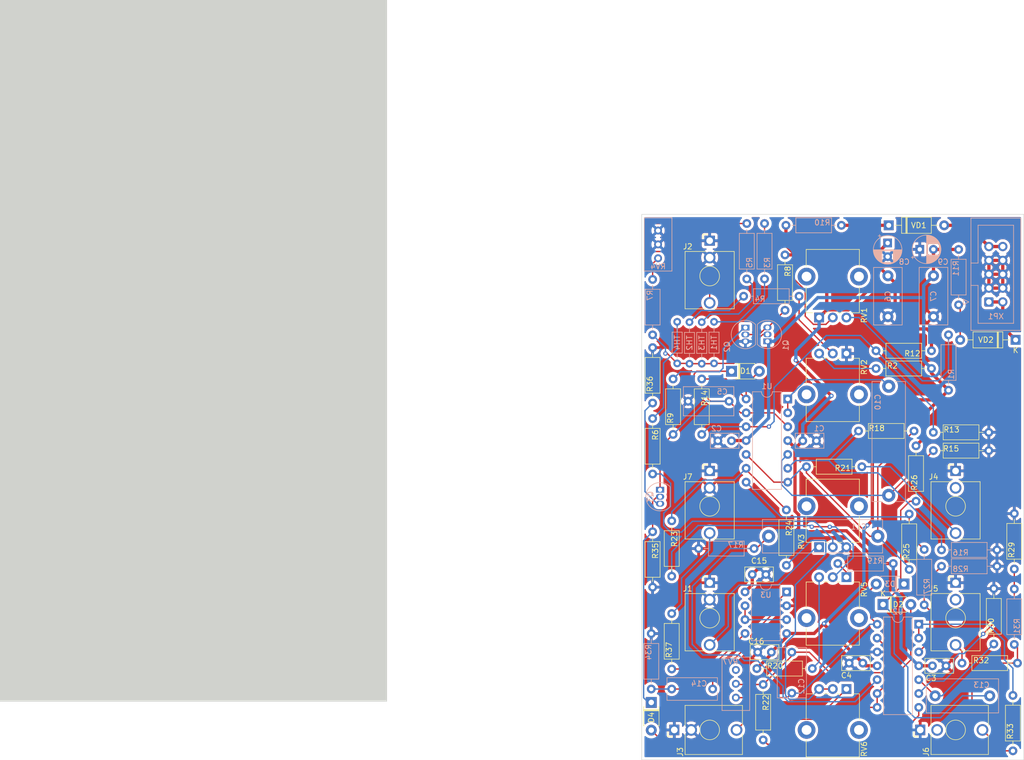
<source format=kicad_pcb>
(kicad_pcb (version 20211014) (generator pcbnew)

  (general
    (thickness 1.6)
  )

  (paper "A4")
  (layers
    (0 "F.Cu" signal)
    (31 "B.Cu" signal)
    (32 "B.Adhes" user "B.Adhesive")
    (33 "F.Adhes" user "F.Adhesive")
    (34 "B.Paste" user)
    (35 "F.Paste" user)
    (36 "B.SilkS" user "B.Silkscreen")
    (37 "F.SilkS" user "F.Silkscreen")
    (38 "B.Mask" user)
    (39 "F.Mask" user)
    (40 "Dwgs.User" user "User.Drawings")
    (41 "Cmts.User" user "User.Comments")
    (42 "Eco1.User" user "User.Eco1")
    (43 "Eco2.User" user "User.Eco2")
    (44 "Edge.Cuts" user)
    (45 "Margin" user)
    (46 "B.CrtYd" user "B.Courtyard")
    (47 "F.CrtYd" user "F.Courtyard")
    (48 "B.Fab" user)
    (49 "F.Fab" user)
    (50 "User.1" user)
    (51 "User.2" user)
    (52 "User.3" user)
    (53 "User.4" user)
    (54 "User.5" user)
    (55 "User.6" user)
    (56 "User.7" user)
    (57 "User.8" user)
    (58 "User.9" user)
  )

  (setup
    (stackup
      (layer "F.SilkS" (type "Top Silk Screen"))
      (layer "F.Paste" (type "Top Solder Paste"))
      (layer "F.Mask" (type "Top Solder Mask") (thickness 0.01))
      (layer "F.Cu" (type "copper") (thickness 0.035))
      (layer "dielectric 1" (type "core") (thickness 1.51) (material "FR4") (epsilon_r 4.5) (loss_tangent 0.02))
      (layer "B.Cu" (type "copper") (thickness 0.035))
      (layer "B.Mask" (type "Bottom Solder Mask") (thickness 0.01))
      (layer "B.Paste" (type "Bottom Solder Paste"))
      (layer "B.SilkS" (type "Bottom Silk Screen"))
      (copper_finish "None")
      (dielectric_constraints no)
    )
    (pad_to_mask_clearance 0)
    (pcbplotparams
      (layerselection 0x00010fc_ffffffff)
      (disableapertmacros false)
      (usegerberextensions false)
      (usegerberattributes true)
      (usegerberadvancedattributes true)
      (creategerberjobfile true)
      (svguseinch false)
      (svgprecision 6)
      (excludeedgelayer true)
      (plotframeref false)
      (viasonmask false)
      (mode 1)
      (useauxorigin false)
      (hpglpennumber 1)
      (hpglpenspeed 20)
      (hpglpendiameter 15.000000)
      (dxfpolygonmode true)
      (dxfimperialunits true)
      (dxfusepcbnewfont true)
      (psnegative false)
      (psa4output false)
      (plotreference true)
      (plotvalue true)
      (plotinvisibletext false)
      (sketchpadsonfab false)
      (subtractmaskfromsilk false)
      (outputformat 1)
      (mirror false)
      (drillshape 1)
      (scaleselection 1)
      (outputdirectory "")
    )
  )

  (net 0 "")
  (net 1 "+12V")
  (net 2 "GNDREF")
  (net 3 "-12V")
  (net 4 "Net-(C5-Pad1)")
  (net 5 "Net-(C10-Pad1)")
  (net 6 "Net-(C10-Pad2)")
  (net 7 "Net-(C11-Pad1)")
  (net 8 "Net-(C11-Pad2)")
  (net 9 "Net-(C12-Pad1)")
  (net 10 "Net-(C12-Pad2)")
  (net 11 "Net-(C13-Pad1)")
  (net 12 "Net-(C13-Pad2)")
  (net 13 "Net-(D1-Pad2)")
  (net 14 "Net-(D2-Pad2)")
  (net 15 "Net-(C14-Pad1)")
  (net 16 "Net-(Q1-Pad3)")
  (net 17 "Net-(Q2-Pad1)")
  (net 18 "Net-(R1-Pad1)")
  (net 19 "Net-(R2-Pad1)")
  (net 20 "Net-(R3-Pad1)")
  (net 21 "Net-(R3-Pad2)")
  (net 22 "Net-(R4-Pad1)")
  (net 23 "Net-(R4-Pad2)")
  (net 24 "Net-(R5-Pad1)")
  (net 25 "Net-(J2-PadT)")
  (net 26 "Net-(R6-Pad1)")
  (net 27 "Net-(R6-Pad2)")
  (net 28 "Net-(R7-Pad2)")
  (net 29 "Net-(R10-Pad1)")
  (net 30 "Net-(R11-Pad2)")
  (net 31 "Net-(R12-Pad2)")
  (net 32 "Net-(R16-Pad1)")
  (net 33 "Net-(R19-Pad2)")
  (net 34 "Net-(R20-Pad1)")
  (net 35 "Net-(J4-PadT)")
  (net 36 "Net-(R23-Pad1)")
  (net 37 "Net-(R23-Pad2)")
  (net 38 "Net-(R24-Pad2)")
  (net 39 "Net-(R25-Pad2)")
  (net 40 "Net-(R27-Pad2)")
  (net 41 "Net-(R29-Pad1)")
  (net 42 "Net-(R31-Pad1)")
  (net 43 "Net-(J5-PadT)")
  (net 44 "Net-(J6-PadT)")
  (net 45 "Net-(R33-Pad2)")
  (net 46 "/FM IN LVL")
  (net 47 "Net-(J3-PadT)")
  (net 48 "unconnected-(RV7-Pad1)")
  (net 49 "Net-(VD1-Pad2)")
  (net 50 "Net-(VD2-Pad1)")
  (net 51 "Net-(C14-Pad2)")
  (net 52 "Net-(D4-Pad1)")
  (net 53 "unconnected-(J4-PadTN)")
  (net 54 "unconnected-(J5-PadTN)")
  (net 55 "unconnected-(J6-PadTN)")
  (net 56 "Net-(J7-PadT)")
  (net 57 "Net-(Q1-Pad2)")
  (net 58 "Net-(Q3-Pad3)")
  (net 59 "Net-(R37-Pad1)")
  (net 60 "Net-(U3-Pad3)")

  (footprint "Capacitor_THT:C_Disc_D5.0mm_W2.5mm_P2.50mm" (layer "F.Cu") (at 41.25 94.25))

  (footprint "SynthMages:Jack_3.5mm_QingPu_WQP-PJ398SM_Vertical_CircularHoles_Socket_Centered" (layer "F.Cu") (at 32.45 88))

  (footprint "Resistor_THT:R_Axial_DIN0207_L6.3mm_D2.5mm_P10.16mm_Horizontal" (layer "F.Cu") (at 42.25 100.17 -90))

  (footprint "SynthMages:Potentiometer_Alpha_RD901F-40-00D_Single_Vertical_CircularHoles_Shaft_Centered" (layer "F.Cu") (at 55 47 -90))

  (footprint "Resistor_THT:R_Axial_DIN0207_L6.3mm_D2.5mm_P10.16mm_Horizontal" (layer "F.Cu") (at 60.33 60.25 180))

  (footprint "SynthMages:Jack_3.5mm_QingPu_WQP-PJ398SM_Vertical_CircularHoles_Socket_Centered" (layer "F.Cu") (at 77.5 88))

  (footprint "Resistor_THT:R_Axial_DIN0207_L6.3mm_D2.5mm_P10.16mm_Horizontal" (layer "F.Cu") (at 22 51.42 -90))

  (footprint "SynthMages:Jack_3.5mm_QingPu_WQP-PJ398SM_Vertical_CircularHoles_Socket_Centered" (layer "F.Cu") (at 32.45 67.5))

  (footprint "Resistor_THT:R_Axial_DIN0207_L6.3mm_D2.5mm_P10.16mm_Horizontal" (layer "F.Cu") (at 78.67 96.25))

  (footprint "SynthMages:Jack_3.5mm_QingPu_WQP-PJ398SM_Vertical_CircularHoles_Socket_Centered" (layer "F.Cu") (at 77.5 108.5 90))

  (footprint "SynthMages:Jack_3.5mm_QingPu_WQP-PJ398SM_Vertical_CircularHoles_Socket_Centered" (layer "F.Cu") (at 32.45 25.3))

  (footprint "Resistor_THT:R_Axial_DIN0207_L6.3mm_D2.5mm_P10.16mm_Horizontal" (layer "F.Cu") (at 46.5 68.17 -90))

  (footprint "Resistor_THT:R_Axial_DIN0207_L6.3mm_D2.5mm_P10.16mm_Horizontal" (layer "F.Cu") (at 88 112.33 90))

  (footprint "Resistor_THT:R_Axial_DIN0207_L6.3mm_D2.5mm_P10.16mm_Horizontal" (layer "F.Cu") (at 88.25 79 90))

  (footprint "Capacitor_THT:C_Disc_D5.0mm_W2.5mm_P2.50mm" (layer "F.Cu") (at 40.25 80))

  (footprint "Capacitor_THT:C_Disc_D5.0mm_W2.5mm_P2.50mm" (layer "F.Cu") (at 58 96.25))

  (footprint "Resistor_THT:R_Axial_DIN0207_L6.3mm_D2.5mm_P10.16mm_Horizontal" (layer "F.Cu") (at 73.42 57.3))

  (footprint "SynthMages:Potentiometer_Alpha_RD901F-40-00D_Single_Vertical_CircularHoles_Shaft_Centered" (layer "F.Cu") (at 55 88 -90))

  (footprint "Resistor_THT:R_Axial_DIN0207_L6.3mm_D2.5mm_P10.16mm_Horizontal" (layer "F.Cu") (at 73.08 39 180))

  (footprint "Diode_THT:D_A-405_P10.16mm_Horizontal" (layer "F.Cu") (at 88.5 37 180))

  (footprint "Capacitor_THT:C_Disc_D5.0mm_W2.5mm_P2.50mm" (layer "F.Cu") (at 73.25 96.75))

  (footprint "Diode_THT:D_T-1_P5.08mm_Horizontal" (layer "F.Cu") (at 64.21 85.5))

  (footprint "SynthMages:Jack_3.5mm_QingPu_WQP-PJ398SM_Vertical_CircularHoles_Socket_Centered" (layer "F.Cu") (at 32.45 108.5 90))

  (footprint "Resistor_THT:R_Axial_DIN0207_L6.3mm_D2.5mm_P10.16mm_Horizontal" (layer "F.Cu") (at 22 48.58 90))

  (footprint "Diode_THT:D_T-1_P5.08mm_Horizontal" (layer "F.Cu") (at 36.46 42.75))

  (footprint "Resistor_THT:R_Axial_DIN0207_L6.3mm_D2.5mm_P10.16mm_Horizontal" (layer "F.Cu") (at 62.92 42.25))

  (footprint "Resistor_THT:R_Axial_DIN0207_L6.3mm_D2.5mm_P10.16mm_Horizontal" (layer "F.Cu") (at 25.5 97.33 90))

  (footprint "Resistor_THT:R_Axial_DIN0207_L6.3mm_D2.5mm_P10.16mm_Horizontal" (layer "F.Cu") (at 22 72.17 -90))

  (footprint "SynthMages:Potentiometer_Alpha_RD901F-40-00D_Single_Vertical_CircularHoles_Shaft_Centered" (layer "F.Cu") (at 55 25.4 90))

  (footprint "Resistor_THT:R_Axial_DIN0207_L6.3mm_D2.5mm_P10.16mm_Horizontal" (layer "F.Cu") (at 84.5 92.75 90))

  (footprint "Resistor_THT:R_Axial_DIN0207_L6.3mm_D2.5mm_P10.16mm_Horizontal" (layer "F.Cu") (at 51.25 97.25 180))

  (footprint "Resistor_THT:R_Axial_DIN0207_L6.3mm_D2.5mm_P10.16mm_Horizontal" (layer "F.Cu") (at 46.25 21.42 -90))

  (footprint "Diode_THT:D_T-1_P5.08mm_Horizontal" (layer "F.Cu") (at 21.75 103.46 -90))

  (footprint "Resistor_THT:R_Axial_DIN0207_L6.3mm_D2.5mm_P10.16mm_Horizontal" (layer "F.Cu") (at 73.42 53.95))

  (footprint "Resistor_THT:R_Axial_DIN0207_L6.3mm_D2.5mm_P10.16mm_Horizontal" (layer "F.Cu") (at 69 79.08 90))

  (footprint "SynthMages:Potentiometer_Alpha_RD901F-40-00D_Single_Vertical_CircularHoles_Shaft_Centered" (layer "F.Cu") (at 55 67.5 90))

  (footprint "Resistor_THT:R_Axial_DIN0207_L6.3mm_D2.5mm_P10.16mm_Horizontal" (layer "F.Cu") (at 25.75 54.33 90))

  (footprint "Resistor_THT:R_Axial_DIN0207_L6.3mm_D2.5mm_P10.16mm_Horizontal" (layer "F.Cu") (at 25.5 70.17 -90))

  (footprint "Resistor_THT:R_Axial_DIN0207_L6.3mm_D2.5mm_P10.16mm_Horizontal" (layer "F.Cu") (at 70.25 66.58 90))

  (footprint "Resistor_THT:R_Axial_DIN0207_L6.3mm_D2.5mm_P10.16mm_Horizontal" (layer "F.Cu") (at 59.72 53.7))

  (footprint "Resistor_THT:R_Axial_DIN0207_L6.3mm_D2.5mm_P10.16mm_Horizontal" (layer "F.Cu") (at 31 44.17 -90))

  (footprint "Diode_THT:D_A-405_P10.16mm_Horizontal" (layer "F.Cu") (at 65.25 16))

  (footprint "SynthMages:Jack_3.5mm_QingPu_WQP-PJ398SM_Vertical_CircularHoles_Socket_Centered" (layer "F.Cu") (at 77.5 67.5))

  (footprint "SynthMages:Potentiometer_Alpha_RD901F-40-00D_Single_Vertical_CircularHoles_Shaft_Centered" (layer "F.Cu") (at 55 108.5 -90))

  (footprint "Resistor_THT:R_Axial_DIN0207_L6.3mm_D2.5mm_P10.16mm_Horizontal" (layer "B.Cu") (at 76.2 36.07 -90))

  (footprint "Resistor_THT:R_Axial_DIN0207_L6.3mm_D2.5mm_P10.16mm_Horizontal" (layer "B.Cu") (at 39.25 25.83 90))

  (footprint "Resistor_THT:R_Axial_DIN0207_L6.3mm_D2.5mm_P10.16mm_Horizontal" (layer "B.Cu")
    (tedit 5AE5139B) (tstamp 0c837902-bf83-4254-85c2-fda7daaea1d4)
    (at 40.58 75.25 180)
    (descr "Resistor, Axial_DIN0207 series, Axial, Horizontal, pin pitch=10.16mm, 0.25W = 1/4W, length*diameter=6.3*2.5mm^2, http://cdn-reichelt.de/documents/datenblatt/B400/1_4W%23YAG.pdf")
    (tags "Resistor Axial_DIN0207 series Axial Horizontal pin pitch 10.16mm 0.25W = 1/4W length 6.3mm diameter 2.5mm")
    (property "Sheetfile" "Fireball.kicad_sch")
    (property "Sheetname" "")
    (path "/e4244882-a002-400e-ad47-17508aca0954")
    (attr through_hole)
    (fp_text reference "R17" (at 3.355113 0.66) (layer "B.SilkS")
      (effects (font (size 1 1) (thickness 0.15)) (justify mirror))
      (tstamp 95c08a97-b64c-4e5d-a00a-71700a91281d)
    )
    (fp_text value "~200K" (at 5.855113 -0.59) (layer "B.Fab")
      (effects (font (size 1 1) (thickness 0.15)) (justify mirror))
      (tstamp 58f35d89-2abb-4e8d-b756-ddcefe8a33cc)
    )
    (fp_text user "${REFERENCE}" (at 3.355113 0.66) (layer "B.Fab")
      (effects (font (size 1 1) (thickness 0.15)) (justify mirror))
      (tstamp d9f5ba6a-5686-4ddb-a4a1-334ce919e266)
    )
    (fp_line (start 8.35 1.37) (end 1.81 1.37) (layer "B.SilkS") (width 0.12) (tstamp 40e478c0-229e-42e1-af7f-44ea81102e84))
    (fp_line (start 1.81 -1.37) (end 8.35 -1.37) (layer "B.SilkS") (width 0.12) (tstamp 58551fc5-4fec-40eb-8bb5-77e18673da19))
    (fp_line (start 9.12 0) (end 8.35 0) (layer "B.SilkS") (width 0.12) (tstamp 68c47795-98d3-40aa-9441-b55e16ffcf5f))
    (fp_line (start 1.04 0) (end 1.81 0) (layer "B.SilkS") (width 0.12) (tstamp 6bb07254-6067-40b8-94ca-b4ee93178ebf))
    (fp_line (start 8.35 -1.37) (end 8.35 1.37) (layer "B.SilkS") (width 0.12) (tstamp 8856ef3c-9e61-46a4-a555-ef0ca59efc85))
    (fp_line (start 1.81 1.37) (end 1.81 -1.37) (layer "B.SilkS") (width 0.12) (tstamp e5d778b0-c861-4795-9770-78e91805ae24))
    (fp_line (start -1.05 -1.5) (end 11.21 -1.5) (layer "B.CrtYd") (width 0.05) (tstamp 09cad033-31d1-4882-a20e-08bc4991fcbd))
    (fp_line (start 11.21 -1.5) (end 11.21 1.5) (layer "B.CrtYd") (width 0.05) (tstamp 32fca1e3-aa3b-40ee-bf25-343c750297bd))
    (fp_line (start -1.05 1.5) (end -1.05 -1.5) (layer "B.CrtYd") (width 0.05) (tstamp 39cca560-02df-4afb-a821-badb2d037b12))
    (fp_line (start 11.21 1.5) (end -1.05 1.5) (layer "B.CrtYd") (width 0.05) (tstamp 70cae5b6-9411-4ba0-933a-3e6c0d7031d6))
    (fp_line (start 8.23 -1.25) (end 8.23 1.25) (layer "B.Fab") (width 0.1) (tstamp 029da506-239d-4236-b999-32809a69bf23))
    (fp_line (start 0 0) (end 1.93 0) (layer "B.Fab") (width 0.1) (tstamp 09af5323-385a-4b9b-9a3f-1f4f5990db2d))
    (fp_line (start 1.93 -1.25) (end 8.23 -1.25) (layer "B.Fab") (width 0.1) (tstamp 7048622c-ed6b-4302-8560-f72bbc3c9613))
    (fp_line (start 1.93 1.25) (end 1.93 -1.25) (layer "B.Fab") (width 0.1) (tstamp 9b6ce6fb-f43e-4c82-b3b2-a83bd28d3990))
    (fp_line (start 10.16 0) (end 8.23 0) (layer "B.Fab") (width 0.1) (tstamp c02e01a6-bce7-4c69-9cbc-1040836b2fe2))
    (fp_line (start 8.23 1.25) (end 1.93 1.25) (layer "B.Fab") (width 0.1) (tstamp ce30bb47-4c7e-4cf6-a865-5a7eaa641f5f))
    (pad "1" thru_hole circle (at 0 0 180) (size 1.6 1.6) (drill 0.8) (layers *.Cu *.Mask)
      (net 8 "Net-(C11-Pad2)") (pintype "passive") (tstamp ffb29a1f-f7df-4ac4
... [1472665 chars truncated]
</source>
